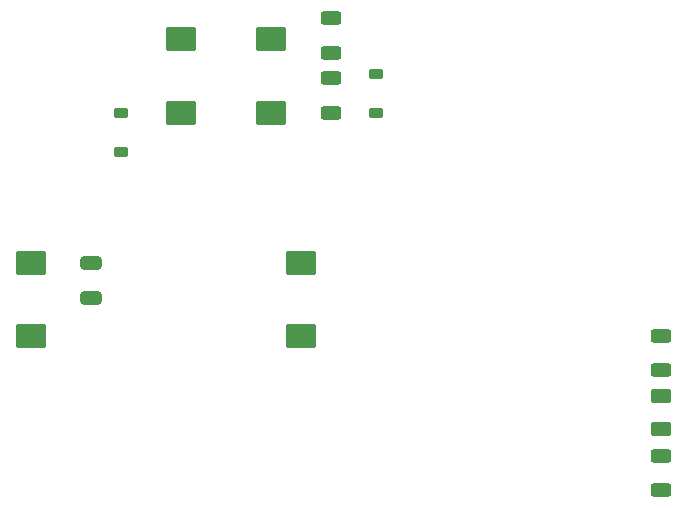
<source format=gbr>
%TF.GenerationSoftware,KiCad,Pcbnew,7.0.6*%
%TF.CreationDate,2023-07-25T16:44:31+08:00*%
%TF.ProjectId,LM350A_Liner_Power_KiCad,4c4d3335-3041-45f4-9c69-6e65725f506f,rev?*%
%TF.SameCoordinates,Original*%
%TF.FileFunction,Paste,Top*%
%TF.FilePolarity,Positive*%
%FSLAX46Y46*%
G04 Gerber Fmt 4.6, Leading zero omitted, Abs format (unit mm)*
G04 Created by KiCad (PCBNEW 7.0.6) date 2023-07-25 16:44:31*
%MOMM*%
%LPD*%
G01*
G04 APERTURE LIST*
G04 Aperture macros list*
%AMRoundRect*
0 Rectangle with rounded corners*
0 $1 Rounding radius*
0 $2 $3 $4 $5 $6 $7 $8 $9 X,Y pos of 4 corners*
0 Add a 4 corners polygon primitive as box body*
4,1,4,$2,$3,$4,$5,$6,$7,$8,$9,$2,$3,0*
0 Add four circle primitives for the rounded corners*
1,1,$1+$1,$2,$3*
1,1,$1+$1,$4,$5*
1,1,$1+$1,$6,$7*
1,1,$1+$1,$8,$9*
0 Add four rect primitives between the rounded corners*
20,1,$1+$1,$2,$3,$4,$5,0*
20,1,$1+$1,$4,$5,$6,$7,0*
20,1,$1+$1,$6,$7,$8,$9,0*
20,1,$1+$1,$8,$9,$2,$3,0*%
G04 Aperture macros list end*
%ADD10RoundRect,0.250000X-0.650000X0.325000X-0.650000X-0.325000X0.650000X-0.325000X0.650000X0.325000X0*%
%ADD11RoundRect,0.250000X-1.025000X0.787500X-1.025000X-0.787500X1.025000X-0.787500X1.025000X0.787500X0*%
%ADD12RoundRect,0.250000X-0.625000X0.312500X-0.625000X-0.312500X0.625000X-0.312500X0.625000X0.312500X0*%
%ADD13RoundRect,0.225000X0.375000X-0.225000X0.375000X0.225000X-0.375000X0.225000X-0.375000X-0.225000X0*%
%ADD14RoundRect,0.250000X0.625000X-0.312500X0.625000X0.312500X-0.625000X0.312500X-0.625000X-0.312500X0*%
%ADD15RoundRect,0.250000X-0.625000X0.375000X-0.625000X-0.375000X0.625000X-0.375000X0.625000X0.375000X0*%
%ADD16RoundRect,0.250000X1.025000X-0.787500X1.025000X0.787500X-1.025000X0.787500X-1.025000X-0.787500X0*%
G04 APERTURE END LIST*
D10*
%TO.C,C4*%
X144780000Y-88900000D03*
X144780000Y-91850000D03*
%TD*%
D11*
%TO.C,C1*%
X162560000Y-88900000D03*
X162560000Y-95125000D03*
%TD*%
D12*
%TO.C,R3*%
X193040000Y-105217500D03*
X193040000Y-108142500D03*
%TD*%
D13*
%TO.C,D1*%
X168910000Y-76200000D03*
X168910000Y-72900000D03*
%TD*%
%TO.C,D3*%
X147320000Y-79500000D03*
X147320000Y-76200000D03*
%TD*%
D14*
%TO.C,R2*%
X165100000Y-71120000D03*
X165100000Y-68195000D03*
%TD*%
D11*
%TO.C,C5*%
X139700000Y-88900000D03*
X139700000Y-95125000D03*
%TD*%
D14*
%TO.C,R1*%
X165100000Y-76200000D03*
X165100000Y-73275000D03*
%TD*%
D15*
%TO.C,D2*%
X193040000Y-100200000D03*
X193040000Y-103000000D03*
%TD*%
D14*
%TO.C,R4*%
X193040000Y-97982500D03*
X193040000Y-95057500D03*
%TD*%
D16*
%TO.C,C3*%
X152400000Y-76200000D03*
X152400000Y-69975000D03*
%TD*%
%TO.C,C2*%
X160020000Y-76200000D03*
X160020000Y-69975000D03*
%TD*%
M02*

</source>
